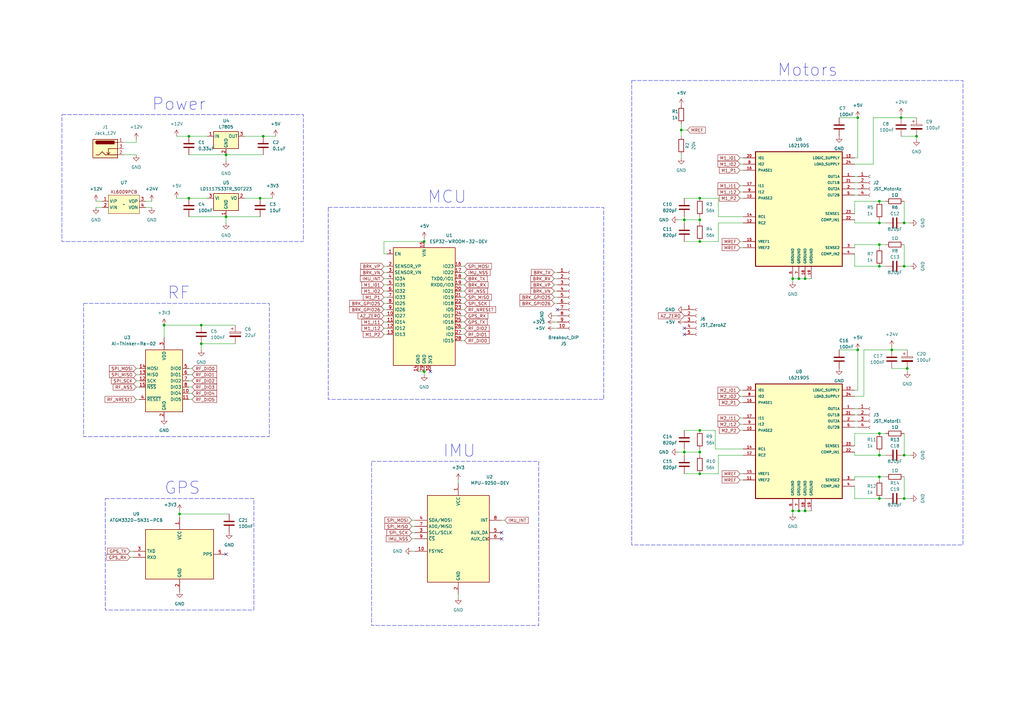
<source format=kicad_sch>
(kicad_sch (version 20230121) (generator eeschema)
  (paper "A3")
  (lib_symbols
    (symbol "ATGM332D-5N31:ATGM332D-5N31"
      (property "Reference" "U" (at 33.02 10.16 0))
      (property "Value" "ATGM332D-5N31-PCB" (at 33.02 7.62 0))
      (symbol "ATGM332D-5N31_1_1"
        (pin passive line (at 19.05 7.62 270) (length 5.08) (name "VCC") (number "1"))
        (pin passive line (at 19.05 -22.86 90) (length 5.08) (name "GND") (number "2"))
        (pin passive line (at 0 -6.35 0) (length 5.08) (name "TXD") (number "3"))
        (pin passive line (at 0 -8.89 0) (length 5.08) (name "RXD") (number "4"))
        (pin passive line (at 38.1 -7.62 180) (length 5.08) (name "PPS") (number "5"))
      )
    )
    (symbol "Connector:Barrel_Jack_Switch" (pin_names hide)
      (property "Reference" "J" (at 0 5.334 0))
      (property "Value" "Barrel_Jack_Switch" (at 0 -5.08 0))
      (symbol "Barrel_Jack_Switch_1_1"
        (pin passive line (at 7.62 2.54 180) (length 2.54) (name "~") (number "1"))
        (pin passive line (at 7.62 -2.54 180) (length 2.54) (name "~") (number "2"))
        (pin passive line (at 7.62 0 180) (length 2.54) (name "~") (number "3"))
      )
    )
    (symbol "Connector:Conn_01x04_Socket" (pin_names (offset 1.016) hide)
      (property "Reference" "J" (at 0 5.08 0))
      (property "Value" "Conn_01x04_Socket" (at 0 -7.62 0))
      (symbol "Conn_01x04_Socket_1_1"
        (pin passive line (at -5.08 2.54 0) (length 3.81) (name "Pin_1") (number "1"))
        (pin passive line (at -5.08 0 0) (length 3.81) (name "Pin_2") (number "2"))
        (pin passive line (at -5.08 -2.54 0) (length 3.81) (name "Pin_3") (number "3"))
        (pin passive line (at -5.08 -5.08 0) (length 3.81) (name "Pin_4") (number "4"))
      )
    )
    (symbol "Connector:Conn_01x05_Socket" (pin_names (offset 1.016) hide)
      (property "Reference" "J" (at 0 7.62 0))
      (property "Value" "Conn_01x05_Socket" (at 0 -7.62 0))
      (symbol "Conn_01x05_Socket_1_1"
        (pin passive line (at -5.08 5.08 0) (length 3.81) (name "Pin_1") (number "1"))
        (pin passive line (at -5.08 2.54 0) (length 3.81) (name "Pin_2") (number "2"))
        (pin passive line (at -5.08 0 0) (length 3.81) (name "Pin_3") (number "3"))
        (pin passive line (at -5.08 -2.54 0) (length 3.81) (name "Pin_4") (number "4"))
        (pin passive line (at -5.08 -5.08 0) (length 3.81) (name "Pin_5") (number "5"))
      )
    )
    (symbol "Connector:Conn_01x10_Socket" (pin_names (offset 1.016) hide)
      (property "Reference" "J" (at 0 12.7 0))
      (property "Value" "Conn_01x10_Socket" (at 0 -15.24 0))
      (symbol "Conn_01x10_Socket_1_1"
        (pin passive line (at -5.08 10.16 0) (length 3.81) (name "Pin_1") (number "1"))
        (pin passive line (at -5.08 -12.7 0) (length 3.81) (name "Pin_10") (number "10"))
        (pin passive line (at -5.08 7.62 0) (length 3.81) (name "Pin_2") (number "2"))
        (pin passive line (at -5.08 5.08 0) (length 3.81) (name "Pin_3") (number "3"))
        (pin passive line (at -5.08 2.54 0) (length 3.81) (name "Pin_4") (number "4"))
        (pin passive line (at -5.08 0 0) (length 3.81) (name "Pin_5") (number "5"))
        (pin passive line (at -5.08 -2.54 0) (length 3.81) (name "Pin_6") (number "6"))
        (pin passive line (at -5.08 -5.08 0) (length 3.81) (name "Pin_7") (number "7"))
        (pin passive line (at -5.08 -7.62 0) (length 3.81) (name "Pin_8") (number "8"))
        (pin passive line (at -5.08 -10.16 0) (length 3.81) (name "Pin_9") (number "9"))
      )
    )
    (symbol "Device:C" (pin_numbers hide) (pin_names (offset 0.254))
      (property "Reference" "C" (at 0.635 2.54 0))
      (property "Value" "C" (at 0.635 -2.54 0))
      (symbol "C_1_1"
        (pin passive line (at 0 3.81 270) (length 2.794) (name "~") (number "1"))
        (pin passive line (at 0 -3.81 90) (length 2.794) (name "~") (number "2"))
      )
    )
    (symbol "Device:C_Polarized" (pin_numbers hide) (pin_names (offset 0.254))
      (property "Reference" "C" (at 0.635 2.54 0))
      (property "Value" "C_Polarized" (at 0.635 -2.54 0))
      (symbol "C_Polarized_1_1"
        (pin passive line (at 0 3.81 270) (length 2.794) (name "~") (number "1"))
        (pin passive line (at 0 -3.81 90) (length 2.794) (name "~") (number "2"))
      )
    )
    (symbol "Device:R" (pin_numbers hide) (pin_names (offset 0))
      (property "Reference" "R" (at 2.032 0 90))
      (property "Value" "R" (at 0 0 90))
      (symbol "R_1_1"
        (pin passive line (at 0 3.81 270) (length 1.27) (name "~") (number "1"))
        (pin passive line (at 0 -3.81 90) (length 1.27) (name "~") (number "2"))
      )
    )
    (symbol "L6219DS_1" (pin_names (offset 1.016))
      (property "Reference" "U6" (at 0 29.21 0))
      (property "Value" "L6219DS" (at 0 26.67 0))
      (symbol "L6219DS_1_0_0"
        (pin output line (at 22.86 13.97 180) (length 5.08) (name "OUT1A") (number "1"))
        (pin input line (at -22.86 5.08 0) (length 5.08) (name "PHASE2") (number "10"))
        (pin input line (at -22.86 -15.24 0) (length 5.08) (name "VREF2") (number "11"))
        (pin input line (at -22.86 -5.08 0) (length 5.08) (name "RC2") (number "12"))
        (pin power_in line (at 22.86 21.59 180) (length 5.08) (name "LOGIC_SUPPLY") (number "13"))
        (pin input line (at -22.86 -2.54 0) (length 5.08) (name "RC1") (number "14"))
        (pin input line (at -22.86 -12.7 0) (length 5.08) (name "VREF1") (number "15"))
        (pin input line (at -22.86 16.51 0) (length 5.08) (name "PHASE1") (number "16"))
        (pin input line (at -22.86 10.16 0) (length 5.08) (name "I11") (number "17"))
        (pin power_in line (at 2.54 -27.94 90) (length 5.08) (name "GROUND") (number "18"))
        (pin power_in line (at 5.08 -27.94 90) (length 5.08) (name "GROUND") (number "19"))
        (pin output line (at 22.86 8.89 180) (length 5.08) (name "OUT2A") (number "2"))
        (pin input line (at -22.86 21.59 0) (length 5.08) (name "I01") (number "20"))
        (pin output line (at 22.86 11.43 180) (length 5.08) (name "OUT1B") (number "21"))
        (pin input line (at 22.86 -3.81 180) (length 5.08) (name "COMP_IN1") (number "22"))
        (pin input line (at 22.86 -1.27 180) (length 5.08) (name "SENSE1") (number "23"))
        (pin power_in line (at 22.86 19.05 180) (length 5.08) (name "LOAD_SUPPLY") (number "24"))
        (pin input line (at 22.86 -15.24 180) (length 5.08) (name "SENSE2") (number "3"))
        (pin input line (at 22.86 -17.78 180) (length 5.08) (name "COMP_IN2") (number "4"))
        (pin output line (at 22.86 6.35 180) (length 5.08) (name "OUT2B") (number "5"))
        (pin power_in line (at -2.54 -27.94 90) (length 5.08) (name "GROUND") (number "6"))
        (pin power_in line (at 0 -27.94 90) (length 5.08) (name "GROUND") (number "7"))
        (pin input line (at -22.86 19.05 0) (length 5.08) (name "I02") (number "8"))
        (pin input line (at -22.86 7.62 0) (length 5.08) (name "I12") (number "9"))
      )
    )
    (symbol "RF_Module:Ai-Thinker-Ra-02"
      (property "Reference" "U" (at 2.54 19.05 0))
      (property "Value" "Ai-Thinker-Ra-02" (at 13.97 -15.24 0))
      (symbol "Ai-Thinker-Ra-02_1_1"
        (pin passive line (at 0 -15.24 90) (length 2.54) hide (name "GND") (number "1"))
        (pin bidirectional line (at 10.16 -5.08 180) (length 2.54) (name "DIO4") (number "10"))
        (pin bidirectional line (at 10.16 -7.62 180) (length 2.54) (name "DIO5") (number "11"))
        (pin input line (at -10.16 0 0) (length 2.54) (name "SCK") (number "12"))
        (pin output line (at -10.16 2.54 0) (length 2.54) (name "MISO") (number "13"))
        (pin input line (at -10.16 5.08 0) (length 2.54) (name "MOSI") (number "14"))
        (pin input line (at -10.16 -2.54 0) (length 2.54) (name "~{NSS}") (number "15"))
        (pin passive line (at 0 -15.24 90) (length 2.54) hide (name "GND") (number "16"))
        (pin power_in line (at 0 -15.24 90) (length 2.54) (name "GND") (number "2"))
        (pin power_in line (at 0 17.78 270) (length 5.08) (name "VDD") (number "3"))
        (pin input line (at -10.16 -7.62 0) (length 2.54) (name "~{RESET}") (number "4"))
        (pin bidirectional line (at 10.16 5.08 180) (length 2.54) (name "DIO0") (number "5"))
        (pin bidirectional line (at 10.16 2.54 180) (length 2.54) (name "DIO1") (number "6"))
        (pin bidirectional line (at 10.16 0 180) (length 2.54) (name "DIO2") (number "7"))
        (pin bidirectional line (at 10.16 -2.54 180) (length 2.54) (name "DIO3") (number "8"))
        (pin passive line (at 0 -15.24 90) (length 2.54) hide (name "GND") (number "9"))
      )
    )
    (symbol "RF_Module:ESP32-WROOM-32"
      (property "Reference" "U1" (at 8.89 38.1 0))
      (property "Value" "ESP32-WROOM-32-DEV" (at 2.1941 35.56 0))
      (symbol "ESP32-WROOM-32_1_1"
        (pin input line (at -15.24 30.48 0) (length 2.54) (name "EN") (number "1"))
        (pin bidirectional line (at -15.24 5.08 0) (length 2.54) (name "IO27") (number "10"))
        (pin bidirectional line (at -15.24 2.54 0) (length 2.54) (name "IO14") (number "11"))
        (pin bidirectional line (at -15.24 0 0) (length 2.54) (name "IO12") (number "12"))
        (pin bidirectional line (at -15.24 -2.54 0) (length 2.54) (name "IO13") (number "13"))
        (pin power_in line (at -2.54 -17.78 90) (length 2.54) (name "GND") (number "14"))
        (pin power_in line (at 0 35.56 270) (length 2.54) (name "VIN") (number "15"))
        (pin bidirectional line (at 15.24 25.4 180) (length 2.54) (name "IO23") (number "16"))
        (pin bidirectional line (at 15.24 22.86 180) (length 2.54) (name "IO22") (number "17"))
        (pin bidirectional line (at 15.24 20.32 180) (length 2.54) (name "TXD0/IO1") (number "18"))
        (pin bidirectional line (at 15.24 17.78 180) (length 2.54) (name "RXD0/IO3") (number "19"))
        (pin input line (at -15.24 25.4 0) (length 2.54) (name "SENSOR_VP") (number "2"))
        (pin bidirectional line (at 15.24 15.24 180) (length 2.54) (name "IO21") (number "20"))
        (pin bidirectional line (at 15.24 12.7 180) (length 2.54) (name "IO19") (number "21"))
        (pin bidirectional line (at 15.24 10.16 180) (length 2.54) (name "IO18") (number "22"))
        (pin bidirectional line (at 15.24 7.62 180) (length 2.54) (name "IO5") (number "23"))
        (pin bidirectional line (at 15.24 5.08 180) (length 2.54) (name "IO17") (number "24"))
        (pin bidirectional line (at 15.24 2.54 180) (length 2.54) (name "IO16") (number "25"))
        (pin bidirectional line (at 15.24 0 180) (length 2.54) (name "IO4") (number "26"))
        (pin bidirectional line (at 15.24 -2.54 180) (length 2.54) (name "IO2") (number "27"))
        (pin bidirectional line (at 15.24 -5.08 180) (length 2.54) (name "IO15") (number "28"))
        (pin power_in line (at 0 -17.78 90) (length 2.54) (name "GND") (number "29"))
        (pin input line (at -15.24 22.86 0) (length 2.54) (name "SENSOR_VN") (number "3"))
        (pin power_in line (at 2.54 -17.78 90) (length 2.54) (name "3V3") (number "30"))
        (pin input line (at -15.24 20.32 0) (length 2.54) (name "IO34") (number "4"))
        (pin input line (at -15.24 17.78 0) (length 2.54) (name "IO35") (number "5"))
        (pin bidirectional line (at -15.24 15.24 0) (length 2.54) (name "IO32") (number "6"))
        (pin bidirectional line (at -15.24 12.7 0) (length 2.54) (name "IO33") (number "7"))
        (pin bidirectional line (at -15.24 10.16 0) (length 2.54) (name "IO25") (number "8"))
        (pin bidirectional line (at -15.24 7.62 0) (length 2.54) (name "IO26") (number "9"))
      )
    )
    (symbol "Regulator_Linear:L7805" (pin_names (offset 0.254))
      (property "Reference" "U" (at -3.81 3.175 0))
      (property "Value" "L7805" (at 0 3.175 0))
      (symbol "L7805_1_1"
        (pin power_in line (at -7.62 0 0) (length 2.54) (name "IN") (number "1"))
        (pin power_in line (at 0 -7.62 90) (length 2.54) (name "GND") (number "2"))
        (pin power_out line (at 7.62 0 180) (length 2.54) (name "OUT") (number "3"))
      )
    )
    (symbol "Regulator_Linear:LD1117S33TR_SOT223"
      (property "Reference" "U" (at -3.81 3.175 0))
      (property "Value" "LD1117S33TR_SOT223" (at 0 3.175 0))
      (symbol "LD1117S33TR_SOT223_1_1"
        (pin power_in line (at 0 -7.62 90) (length 2.54) (name "GND") (number "1"))
        (pin power_out line (at 7.62 0 180) (length 2.54) (name "VO") (number "2"))
        (pin power_in line (at -7.62 0 0) (length 2.54) (name "VI") (number "3"))
      )
    )
    (symbol "Sensor_Motion:MPU-9250"
      (property "Reference" "U2" (at 11.43 25.4 0))
      (property "Value" "MPU-9250-DEV" (at 5.08 22.86 0))
      (symbol "MPU-9250_1_1"
        (pin power_in line (at 0 22.86 270) (length 5.08) (name "VCC") (number "1"))
        (pin input line (at -17.78 -5.08 0) (length 5.08) (name "FSYNC") (number "10"))
        (pin power_in line (at 0 -22.86 90) (length 5.08) (name "GND") (number "2"))
        (pin input line (at -17.78 2.54 0) (length 5.08) (name "SCL/SCLK") (number "3"))
        (pin bidirectional line (at -17.78 7.62 0) (length 5.08) (name "SDA/MOSI") (number "4"))
        (pin bidirectional line (at 17.78 2.54 180) (length 5.08) (name "AUX_DA") (number "5"))
        (pin output clock (at 17.78 0 180) (length 5.08) (name "AUX_CL") (number "6"))
        (pin bidirectional line (at -17.78 5.08 0) (length 5.08) (name "AD0/MISO") (number "7"))
        (pin output line (at 17.78 7.62 180) (length 5.08) (name "INT") (number "8"))
        (pin input line (at -17.78 0 0) (length 5.08) (name "~{CS}") (number "9"))
      )
    )
    (symbol "XL6009PCB:XL6009PCB"
      (property "Reference" "U" (at 0 -5.08 0))
      (symbol "XL6009PCB_1_1"
        (text "XL6009PCB" (at 0 5.08 0) (effects (font (size 1.27 1.27))))
        (pin input line (at -8.89 1.27 0) (length 2.54) (name "VIP") (number "1"))
        (pin input line (at -8.89 -1.27 0) (length 2.54) (name "VIN") (number "2"))
        (pin input line (at 8.89 1.27 180) (length 2.54) (name "VOP") (number "3"))
        (pin input line (at 8.89 -1.27 180) (length 2.54) (name "VON") (number "4"))
      )
    )
    (symbol "power:+12V" (power) (pin_names (offset 0))
      (property "Value" "+12V" (at 0 3.556 0))
      (symbol "+12V_1_1"
        (pin power_in line (at 0 0 90) (length 0) hide (name "+12V") (number "1"))
      )
    )
    (symbol "power:+24V" (power) (pin_names (offset 0))
      (property "Value" "+24V" (at 0 3.556 0))
      (symbol "+24V_1_1"
        (pin power_in line (at 0 0 90) (length 0) hide (name "+24V") (number "1"))
      )
    )
    (symbol "power:+3V3" (power) (pin_names (offset 0))
      (property "Value" "+3V3" (at 0 3.556 0))
      (symbol "+3V3_1_1"
        (pin power_in line (at 0 0 90) (length 0) hide (name "+3V3") (number "1"))
      )
    )
    (symbol "power:+5V" (power) (pin_names (offset 0))
      (property "Value" "+5V" (at 0 3.556 0))
      (symbol "+5V_1_1"
        (pin power_in line (at 0 0 90) (length 0) hide (name "+5V") (number "1"))
      )
    )
    (symbol "power:GND" (power) (pin_names (offset 0))
      (property "Value" "GND" (at 0 -3.81 0))
      (symbol "GND_1_1"
        (pin power_in line (at 0 0 270) (length 0) hide (name "GND") (number "1"))
      )
    )
  )
  (junction (at 327.66 114.3))
  (junction (at 287.02 90.17))
  (junction (at 365.76 143.51))
  (junction (at 375.92 55.88))
  (junction (at 287.02 99.06))
  (junction (at 360.68 177.8))
  (junction (at 330.2 209.55))
  (junction (at 360.68 82.55))
  (junction (at 73.66 210.82))
  (junction (at 287.02 81.28))
  (junction (at 360.68 100.33))
  (junction (at 106.68 81.28))
  (junction (at 351.79 143.51))
  (junction (at 287.02 176.53))
  (junction (at 82.55 140.97))
  (junction (at 351.79 48.26))
  (junction (at 107.95 55.88))
  (junction (at 370.84 204.47))
  (junction (at 280.67 90.17))
  (junction (at 372.11 151.13))
  (junction (at 67.31 133.35))
  (junction (at 360.68 204.47))
  (junction (at 77.47 55.88))
  (junction (at 92.71 88.9))
  (junction (at 325.12 114.3))
  (junction (at 330.2 114.3))
  (junction (at 280.67 185.42))
  (junction (at 370.84 186.69))
  (junction (at 82.55 133.35))
  (junction (at 325.12 209.55))
  (junction (at 369.57 48.26))
  (junction (at 370.84 109.22))
  (junction (at 287.02 185.42))
  (junction (at 77.47 81.28))
  (junction (at 360.68 91.44))
  (junction (at 360.68 195.58))
  (junction (at 92.71 63.5))
  (junction (at 287.02 194.31))
  (junction (at 173.99 99.06))
  (junction (at 173.99 152.4))
  (junction (at 370.84 91.44))
  (junction (at 360.68 186.69))
  (junction (at 360.68 109.22))
  (junction (at 327.66 209.55))
  (junction (at 279.4 53.34))
  (no_connect (at 205.74 218.44))
  (no_connect (at 228.6 127))
  (no_connect (at 280.67 137.16))
  (no_connect (at 176.53 152.4))
  (no_connect (at 280.67 134.62))
  (no_connect (at 92.71 227.33))
  (no_connect (at 205.74 220.98))
  (wire (pts (xy 189.23 132.08) (xy 190.5 132.08)))
  (wire (pts (xy 227.33 132.08) (xy 228.6 132.08)))
  (wire (pts (xy 287.02 88.9) (xy 287.02 90.17)))
  (wire (pts (xy 350.52 186.69) (xy 360.68 186.69)))
  (wire (pts (xy 293.37 184.15) (xy 304.8 184.15)))
  (wire (pts (xy 303.53 101.6) (xy 304.8 101.6)))
  (wire (pts (xy 92.71 88.9) (xy 92.71 91.44)))
  (wire (pts (xy 77.47 81.28) (xy 85.09 81.28)))
  (wire (pts (xy 350.52 104.14) (xy 350.52 109.22)))
  (wire (pts (xy 372.11 151.13) (xy 372.11 152.4)))
  (wire (pts (xy 303.53 64.77) (xy 304.8 64.77)))
  (wire (pts (xy 168.91 220.98) (xy 170.18 220.98)))
  (wire (pts (xy 92.71 88.9) (xy 106.68 88.9)))
  (wire (pts (xy 189.23 114.3) (xy 190.5 114.3)))
  (wire (pts (xy 168.91 215.9) (xy 170.18 215.9)))
  (wire (pts (xy 55.88 158.75) (xy 57.15 158.75)))
  (wire (pts (xy 325.12 114.3) (xy 325.12 115.57)))
  (wire (pts (xy 294.64 88.9) (xy 304.8 88.9)))
  (wire (pts (xy 294.64 194.31) (xy 287.02 194.31)))
  (wire (pts (xy 350.52 109.22) (xy 360.68 109.22)))
  (wire (pts (xy 157.48 116.84) (xy 158.75 116.84)))
  (wire (pts (xy 303.53 171.45) (xy 304.8 171.45)))
  (wire (pts (xy 351.79 48.26) (xy 351.79 64.77)))
  (wire (pts (xy 369.57 46.99) (xy 369.57 48.26)))
  (wire (pts (xy 351.79 143.51) (xy 351.79 160.02)))
  (wire (pts (xy 360.68 100.33) (xy 363.22 100.33)))
  (wire (pts (xy 157.48 124.46) (xy 158.75 124.46)))
  (wire (pts (xy 280.67 81.28) (xy 287.02 81.28)))
  (wire (pts (xy 189.23 127) (xy 190.5 127)))
  (wire (pts (xy 55.88 153.67) (xy 57.15 153.67)))
  (wire (pts (xy 330.2 114.3) (xy 332.74 114.3)))
  (wire (pts (xy 360.68 186.69) (xy 363.22 186.69)))
  (wire (pts (xy 100.33 55.88) (xy 107.95 55.88)))
  (wire (pts (xy 365.76 143.51) (xy 372.11 143.51)))
  (wire (pts (xy 157.48 132.08) (xy 158.75 132.08)))
  (wire (pts (xy 55.88 151.13) (xy 57.15 151.13)))
  (wire (pts (xy 73.66 209.55) (xy 73.66 210.82)))
  (wire (pts (xy 189.23 109.22) (xy 190.5 109.22)))
  (wire (pts (xy 53.34 226.06) (xy 54.61 226.06)))
  (wire (pts (xy 369.57 48.26) (xy 375.92 48.26)))
  (wire (pts (xy 303.53 176.53) (xy 304.8 176.53)))
  (wire (pts (xy 354.33 143.51) (xy 365.76 143.51)))
  (wire (pts (xy 157.48 111.76) (xy 158.75 111.76)))
  (wire (pts (xy 157.48 137.16) (xy 158.75 137.16)))
  (wire (pts (xy 157.48 99.06) (xy 173.99 99.06)))
  (wire (pts (xy 350.52 74.93) (xy 351.79 74.93)))
  (wire (pts (xy 77.47 63.5) (xy 92.71 63.5)))
  (wire (pts (xy 350.52 177.8) (xy 360.68 177.8)))
  (wire (pts (xy 157.48 121.92) (xy 158.75 121.92)))
  (wire (pts (xy 280.67 99.06) (xy 287.02 99.06)))
  (wire (pts (xy 293.37 176.53) (xy 287.02 176.53)))
  (wire (pts (xy 303.53 67.31) (xy 304.8 67.31)))
  (wire (pts (xy 350.52 177.8) (xy 350.52 182.88)))
  (wire (pts (xy 350.52 162.56) (xy 354.33 162.56)))
  (wire (pts (xy 67.31 138.43) (xy 67.31 133.35)))
  (wire (pts (xy 350.52 72.39) (xy 351.79 72.39)))
  (wire (pts (xy 279.4 53.34) (xy 279.4 55.88)))
  (wire (pts (xy 303.53 78.74) (xy 304.8 78.74)))
  (wire (pts (xy 350.52 172.72) (xy 351.79 172.72)))
  (wire (pts (xy 50.8 58.42) (xy 55.88 58.42)))
  (wire (pts (xy 350.52 77.47) (xy 351.79 77.47)))
  (wire (pts (xy 280.67 176.53) (xy 287.02 176.53)))
  (wire (pts (xy 350.52 100.33) (xy 350.52 101.6)))
  (wire (pts (xy 327.66 114.3) (xy 330.2 114.3)))
  (wire (pts (xy 55.88 58.42) (xy 55.88 57.15)))
  (wire (pts (xy 360.68 109.22) (xy 363.22 109.22)))
  (wire (pts (xy 39.37 85.09) (xy 41.91 85.09)))
  (wire (pts (xy 325.12 209.55) (xy 325.12 210.82)))
  (wire (pts (xy 173.99 152.4) (xy 173.99 153.67)))
  (wire (pts (xy 77.47 151.13) (xy 78.74 151.13)))
  (wire (pts (xy 294.64 99.06) (xy 287.02 99.06)))
  (wire (pts (xy 350.52 64.77) (xy 351.79 64.77)))
  (wire (pts (xy 287.02 185.42) (xy 287.02 186.69)))
  (wire (pts (xy 279.4 50.8) (xy 279.4 53.34)))
  (wire (pts (xy 227.33 129.54) (xy 228.6 129.54)))
  (wire (pts (xy 157.48 119.38) (xy 158.75 119.38)))
  (wire (pts (xy 227.33 124.46) (xy 228.6 124.46)))
  (wire (pts (xy 82.55 140.97) (xy 82.55 143.51)))
  (wire (pts (xy 294.64 91.44) (xy 294.64 99.06)))
  (wire (pts (xy 72.39 81.28) (xy 77.47 81.28)))
  (wire (pts (xy 187.96 243.84) (xy 187.96 245.11)))
  (wire (pts (xy 227.33 119.38) (xy 228.6 119.38)))
  (wire (pts (xy 350.52 204.47) (xy 360.68 204.47)))
  (wire (pts (xy 370.84 204.47) (xy 373.38 204.47)))
  (wire (pts (xy 325.12 114.3) (xy 327.66 114.3)))
  (wire (pts (xy 190.5 139.7) (xy 189.23 139.7)))
  (wire (pts (xy 189.23 119.38) (xy 190.5 119.38)))
  (wire (pts (xy 351.79 48.26) (xy 344.17 48.26)))
  (wire (pts (xy 189.23 111.76) (xy 190.5 111.76)))
  (wire (pts (xy 354.33 143.51) (xy 354.33 162.56)))
  (wire (pts (xy 370.84 186.69) (xy 373.38 186.69)))
  (wire (pts (xy 360.68 204.47) (xy 363.22 204.47)))
  (wire (pts (xy 205.74 213.36) (xy 207.01 213.36)))
  (wire (pts (xy 157.48 127) (xy 158.75 127)))
  (wire (pts (xy 168.91 213.36) (xy 170.18 213.36)))
  (wire (pts (xy 280.67 194.31) (xy 287.02 194.31)))
  (wire (pts (xy 168.91 218.44) (xy 170.18 218.44)))
  (wire (pts (xy 171.45 152.4) (xy 173.99 152.4)))
  (wire (pts (xy 350.52 199.39) (xy 350.52 204.47)))
  (wire (pts (xy 293.37 184.15) (xy 293.37 176.53)))
  (wire (pts (xy 350.52 195.58) (xy 360.68 195.58)))
  (wire (pts (xy 280.67 184.15) (xy 280.67 185.42)))
  (wire (pts (xy 278.13 90.17) (xy 280.67 90.17)))
  (wire (pts (xy 303.53 162.56) (xy 304.8 162.56)))
  (wire (pts (xy 350.52 167.64) (xy 351.79 167.64)))
  (wire (pts (xy 39.37 82.55) (xy 41.91 82.55)))
  (wire (pts (xy 189.23 134.62) (xy 190.5 134.62)))
  (wire (pts (xy 350.52 91.44) (xy 360.68 91.44)))
  (wire (pts (xy 350.52 100.33) (xy 360.68 100.33)))
  (wire (pts (xy 304.8 91.44) (xy 294.64 91.44)))
  (wire (pts (xy 360.68 101.6) (xy 360.68 100.33)))
  (wire (pts (xy 303.53 76.2) (xy 304.8 76.2)))
  (wire (pts (xy 325.12 209.55) (xy 327.66 209.55)))
  (wire (pts (xy 370.84 195.58) (xy 370.84 204.47)))
  (wire (pts (xy 157.48 109.22) (xy 158.75 109.22)))
  (wire (pts (xy 303.53 165.1) (xy 304.8 165.1)))
  (wire (pts (xy 187.96 196.85) (xy 187.96 198.12)))
  (wire (pts (xy 360.68 177.8) (xy 363.22 177.8)))
  (wire (pts (xy 303.53 160.02) (xy 304.8 160.02)))
  (wire (pts (xy 350.52 186.69) (xy 350.52 185.42)))
  (wire (pts (xy 350.52 80.01) (xy 351.79 80.01)))
  (wire (pts (xy 55.88 156.21) (xy 57.15 156.21)))
  (wire (pts (xy 72.39 55.88) (xy 77.47 55.88)))
  (wire (pts (xy 327.66 209.55) (xy 330.2 209.55)))
  (wire (pts (xy 287.02 90.17) (xy 287.02 91.44)))
  (wire (pts (xy 106.68 81.28) (xy 111.76 81.28)))
  (wire (pts (xy 168.91 226.06) (xy 170.18 226.06)))
  (wire (pts (xy 304.8 186.69) (xy 294.64 186.69)))
  (wire (pts (xy 370.84 91.44) (xy 373.38 91.44)))
  (wire (pts (xy 77.47 55.88) (xy 85.09 55.88)))
  (wire (pts (xy 330.2 209.55) (xy 332.74 209.55)))
  (wire (pts (xy 360.68 91.44) (xy 360.68 90.17)))
  (wire (pts (xy 59.69 82.55) (xy 62.23 82.55)))
  (wire (pts (xy 173.99 97.79) (xy 173.99 99.06)))
  (wire (pts (xy 278.13 185.42) (xy 280.67 185.42)))
  (wire (pts (xy 189.23 121.92) (xy 190.5 121.92)))
  (wire (pts (xy 280.67 88.9) (xy 280.67 90.17)))
  (wire (pts (xy 77.47 88.9) (xy 92.71 88.9)))
  (wire (pts (xy 303.53 173.99) (xy 304.8 173.99)))
  (wire (pts (xy 77.47 153.67) (xy 78.74 153.67)))
  (wire (pts (xy 358.14 48.26) (xy 358.14 67.31)))
  (wire (pts (xy 157.48 114.3) (xy 158.75 114.3)))
  (wire (pts (xy 280.67 90.17) (xy 287.02 90.17)))
  (wire (pts (xy 303.53 194.31) (xy 304.8 194.31)))
  (wire (pts (xy 157.48 129.54) (xy 158.75 129.54)))
  (wire (pts (xy 360.68 91.44) (xy 363.22 91.44)))
  (wire (pts (xy 375.92 55.88) (xy 375.92 57.15)))
  (wire (pts (xy 77.47 161.29) (xy 78.74 161.29)))
  (wire (pts (xy 350.52 91.44) (xy 350.52 90.17)))
  (wire (pts (xy 360.68 82.55) (xy 363.22 82.55)))
  (wire (pts (xy 370.84 177.8) (xy 370.84 186.69)))
  (wire (pts (xy 294.64 81.28) (xy 287.02 81.28)))
  (wire (pts (xy 350.52 195.58) (xy 350.52 196.85)))
  (wire (pts (xy 77.47 156.21) (xy 78.74 156.21)))
  (wire (pts (xy 280.67 90.17) (xy 280.67 91.44)))
  (wire (pts (xy 82.55 140.97) (xy 96.52 140.97)))
  (wire (pts (xy 157.48 104.14) (xy 158.75 104.14)))
  (wire (pts (xy 82.55 133.35) (xy 96.52 133.35)))
  (wire (pts (xy 360.68 196.85) (xy 360.68 195.58)))
  (wire (pts (xy 350.52 160.02) (xy 351.79 160.02)))
  (wire (pts (xy 360.68 195.58) (xy 363.22 195.58)))
  (wire (pts (xy 227.33 134.62) (xy 228.6 134.62)))
  (wire (pts (xy 92.71 63.5) (xy 107.95 63.5)))
  (wire (pts (xy 157.48 134.62) (xy 158.75 134.62)))
  (wire (pts (xy 280.67 185.42) (xy 287.02 185.42)))
  (wire (pts (xy 53.34 228.6) (xy 54.61 228.6)))
  (wire (pts (xy 77.47 163.83) (xy 78.74 163.83)))
  (wire (pts (xy 73.66 210.82) (xy 73.66 212.09)))
  (wire (pts (xy 303.53 196.85) (xy 304.8 196.85)))
  (wire (pts (xy 157.48 99.06) (xy 157.48 104.14)))
  (wire (pts (xy 350.52 170.18) (xy 351.79 170.18)))
  (wire (pts (xy 365.76 142.24) (xy 365.76 143.51)))
  (wire (pts (xy 227.33 116.84) (xy 228.6 116.84)))
  (wire (pts (xy 303.53 81.28) (xy 304.8 81.28)))
  (wire (pts (xy 279.4 53.34) (xy 281.94 53.34)))
  (wire (pts (xy 360.68 186.69) (xy 360.68 185.42)))
  (wire (pts (xy 113.03 55.88) (xy 107.95 55.88)))
  (wire (pts (xy 55.88 163.83) (xy 57.15 163.83)))
  (wire (pts (xy 279.4 63.5) (xy 279.4 64.77)))
  (wire (pts (xy 350.52 82.55) (xy 350.52 87.63)))
  (wire (pts (xy 189.23 116.84) (xy 190.5 116.84)))
  (wire (pts (xy 369.57 55.88) (xy 375.92 55.88)))
  (wire (pts (xy 358.14 48.26) (xy 369.57 48.26)))
  (wire (pts (xy 227.33 121.92) (xy 228.6 121.92)))
  (wire (pts (xy 294.64 186.69) (xy 294.64 194.31)))
  (wire (pts (xy 350.52 67.31) (xy 358.14 67.31)))
  (wire (pts (xy 77.47 158.75) (xy 78.74 158.75)))
  (wire (pts (xy 189.23 129.54) (xy 190.5 129.54)))
  (wire (pts (xy 370.84 82.55) (xy 370.84 91.44)))
  (wire (pts (xy 189.23 124.46) (xy 190.5 124.46)))
  (wire (pts (xy 303.53 69.85) (xy 304.8 69.85)))
  (wire (pts (xy 100.33 81.28) (xy 106.68 81.28)))
  (wire (pts (xy 294.64 88.9) (xy 294.64 81.28)))
  (wire (pts (xy 365.76 151.13) (xy 372.11 151.13)))
  (wire (pts (xy 370.84 100.33) (xy 370.84 109.22)))
  (wire (pts (xy 280.67 185.42) (xy 280.67 186.69)))
  (wire (pts (xy 227.33 111.76) (xy 228.6 111.76)))
  (wire (pts (xy 67.31 133.35) (xy 82.55 133.35)))
  (wire (pts (xy 190.5 137.16) (xy 189.23 137.16)))
  (wire (pts (xy 73.66 210.82) (xy 93.98 210.82)))
  (wire (pts (xy 92.71 63.5) (xy 92.71 66.04)))
  (wire (pts (xy 227.33 114.3) (xy 228.6 114.3)))
  (wire (pts (xy 351.79 143.51) (xy 344.17 143.51)))
  (wire (pts (xy 350.52 82.55) (xy 360.68 82.55)))
  (wire (pts (xy 350.52 175.26) (xy 351.79 175.26)))
  (wire (pts (xy 50.8 63.5) (xy 55.88 63.5)))
  (wire (pts (xy 303.53 99.06) (xy 304.8 99.06)))
  (wire (pts (xy 287.02 184.15) (xy 287.02 185.42)))
  (wire (pts (xy 59.69 85.09) (xy 62.23 85.09)))
  (wire (pts (xy 370.84 109.22) (xy 373.38 109.22)))
  (rectangle (start 25.4 46.99) (end 124.46 99.06) (stroke (width 0) (type dash)))
  (rectangle (start 152.4 189.23) (end 220.98 256.54) (stroke (width 0) (type dash)))
  (rectangle (start 259.08 33.02) (end 394.97 223.52) (stroke (width 0) (type dash)))
  (rectangle (start 34.29 124.46) (end 110.49 179.07) (stroke (width 0) (type dash)))
  (rectangle (start 43.18 204.47) (end 104.14 250.19) (stroke (width 0) (type dash)))
  (rectangle (start 134.62 85.09) (end 247.65 163.83) (stroke (width 0) (type dash)))
  (text "Power" (at 62.23 45.72 0) (effects (font (size 5 5)) (justify left bottom)))
  (text "RF" (at 68.58 123.19 0) (effects (font (size 5 5)) (justify left bottom)))
  (text "MCU" (at 175.26 83.82 0) (effects (font (size 5 5)) (justify left bottom)))
  (text "Motors" (at 318.77 31.75 0) (effects (font (size 5 5)) (justify left bottom)))
  (text "IMU" (at 181.61 187.96 0) (effects (font (size 5 5)) (justify left bottom)))
  (text "GPS" (at 67.31 203.2 0) (effects (font (size 5 5)) (justify left bottom)))
  (global_label "M2_I12" (shape input) (at 303.53 173.99 180) (property "Intersheetrefs" "${INTERSHEET_REFS}" (effects hide)))
  (global_label "M1_I11" (shape input) (at 303.53 76.2 180) (property "Intersheetrefs" "${INTERSHEET_REFS}" (effects hide)))
  (global_label "BRK_TX" (shape input) (at 190.5 114.3 0) (property "Intersheetrefs" "${INTERSHEET_REFS}" (effects hide)))
  (global_label "SPI_SCK" (shape input) (at 190.5 124.46 0) (property "Intersheetrefs" "${INTERSHEET_REFS}" (effects hide)))
  (global_label "GPS_RX" (shape input) (at 53.34 228.6 180) (property "Intersheetrefs" "${INTERSHEET_REFS}" (effects hide)))
  (global_label "RF_NRESET" (shape input) (at 55.88 163.83 180) (property "Intersheetrefs" "${INTERSHEET_REFS}" (effects hide)))
  (global_label "SPI_SCK" (shape input) (at 168.91 218.44 180) (property "Intersheetrefs" "${INTERSHEET_REFS}" (effects hide)))
  (global_label "MREF" (shape input) (at 303.53 99.06 180) (property "Intersheetrefs" "${INTERSHEET_REFS}" (effects hide)))
  (global_label "BRK_RX" (shape input) (at 190.5 116.84 0) (property "Intersheetrefs" "${INTERSHEET_REFS}" (effects hide)))
  (global_label "RF_DIO0" (shape input) (at 190.5 139.7 0) (property "Intersheetrefs" "${INTERSHEET_REFS}" (effects hide)))
  (global_label "M2_P1" (shape input) (at 303.53 165.1 180) (property "Intersheetrefs" "${INTERSHEET_REFS}" (effects hide)))
  (global_label "M2_P2" (shape input) (at 303.53 176.53 180) (property "Intersheetrefs" "${INTERSHEET_REFS}" (effects hide)))
  (global_label "RF_DIO1" (shape input) (at 78.74 153.67 0) (property "Intersheetrefs" "${INTERSHEET_REFS}" (effects hide)))
  (global_label "M1_I02" (shape input) (at 157.48 119.38 180) (property "Intersheetrefs" "${INTERSHEET_REFS}" (effects hide)))
  (global_label "SPI_MISO" (shape input) (at 55.88 153.67 180) (property "Intersheetrefs" "${INTERSHEET_REFS}" (effects hide)))
  (global_label "RF_NSS" (shape input) (at 55.88 158.75 180) (property "Intersheetrefs" "${INTERSHEET_REFS}" (effects hide)))
  (global_label "M1_I02" (shape input) (at 303.53 67.31 180) (property "Intersheetrefs" "${INTERSHEET_REFS}" (effects hide)))
  (global_label "M2_I01" (shape input) (at 303.53 160.02 180) (property "Intersheetrefs" "${INTERSHEET_REFS}" (effects hide)))
  (global_label "RF_NSS" (shape input) (at 190.5 119.38 0) (property "Intersheetrefs" "${INTERSHEET_REFS}" (effects hide)))
  (global_label "SPI_SCK" (shape input) (at 55.88 156.21 180) (property "Intersheetrefs" "${INTERSHEET_REFS}" (effects hide)))
  (global_label "RF_DIO5" (shape input) (at 78.74 163.83 0) (property "Intersheetrefs" "${INTERSHEET_REFS}" (effects hide)))
  (global_label "BRK_GPIO26" (shape input) (at 157.48 127 180) (property "Intersheetrefs" "${INTERSHEET_REFS}" (effects hide)))
  (global_label "GPS_TX" (shape input) (at 53.34 226.06 180) (property "Intersheetrefs" "${INTERSHEET_REFS}" (effects hide)))
  (global_label "BRK_VN" (shape input) (at 227.33 119.38 180) (property "Intersheetrefs" "${INTERSHEET_REFS}" (effects hide)))
  (global_label "SPI_MOSI" (shape input) (at 55.88 151.13 180) (property "Intersheetrefs" "${INTERSHEET_REFS}" (effects hide)))
  (global_label "M1_I12" (shape input) (at 157.48 134.62 180) (property "Intersheetrefs" "${INTERSHEET_REFS}" (effects hide)))
  (global_label "RF_DIO1" (shape input) (at 190.5 137.16 0) (property "Intersheetrefs" "${INTERSHEET_REFS}" (effects hide)))
  (global_label "M2_I02" (shape input) (at 303.53 162.56 180) (property "Intersheetrefs" "${INTERSHEET_REFS}" (effects hide)))
  (global_label "MREF" (shape input) (at 281.94 53.34 0) (property "Intersheetrefs" "${INTERSHEET_REFS}" (effects hide)))
  (global_label "IMU_INT" (shape input) (at 207.01 213.36 0) (property "Intersheetrefs" "${INTERSHEET_REFS}" (effects hide)))
  (global_label "SPI_MOSI" (shape input) (at 168.91 213.36 180) (property "Intersheetrefs" "${INTERSHEET_REFS}" (effects hide)))
  (global_label "BRK_GPIO26" (shape input) (at 227.33 124.46 180) (property "Intersheetrefs" "${INTERSHEET_REFS}" (effects hide)))
  (global_label "M1_I01" (shape input) (at 303.53 64.77 180) (property "Intersheetrefs" "${INTERSHEET_REFS}" (effects hide)))
  (global_label "M1_P1" (shape input) (at 157.48 121.92 180) (property "Intersheetrefs" "${INTERSHEET_REFS}" (effects hide)))
  (global_label "M1_P1" (shape input) (at 303.53 69.85 180) (property "Intersheetrefs" "${INTERSHEET_REFS}" (effects hide)))
  (global_label "RF_DIO4" (shape input) (at 78.74 161.29 0) (property "Intersheetrefs" "${INTERSHEET_REFS}" (effects hide)))
  (global_label "AZ_ZERO" (shape input) (at 280.67 129.54 180) (property "Intersheetrefs" "${INTERSHEET_REFS}" (effects hide)))
  (global_label "BRK_VP" (shape input) (at 157.48 109.22 180) (property "Intersheetrefs" "${INTERSHEET_REFS}" (effects hide)))
  (global_label "BRK_VP" (shape input) (at 227.33 116.84 180) (property "Intersheetrefs" "${INTERSHEET_REFS}" (effects hide)))
  (global_label "M2_I11" (shape input) (at 303.53 171.45 180) (property "Intersheetrefs" "${INTERSHEET_REFS}" (effects hide)))
  (global_label "RF_DIO0" (shape input) (at 78.74 151.13 0) (property "Intersheetrefs" "${INTERSHEET_REFS}" (effects hide)))
  (global_label "BRK_VN" (shape input) (at 157.48 111.76 180) (property "Intersheetrefs" "${INTERSHEET_REFS}" (effects hide)))
  (global_label "BRK_GPIO25" (shape input) (at 157.48 124.46 180) (property "Intersheetrefs" "${INTERSHEET_REFS}" (effects hide)))
  (global_label "RF_DIO2" (shape input) (at 190.5 134.62 0) (property "Intersheetrefs" "${INTERSHEET_REFS}" (effects hide)))
  (global_label "MREF" (shape input) (at 303.53 196.85 180) (property "Intersheetrefs" "${INTERSHEET_REFS}" (effects hide)))
  (global_label "BRK_RX" (shape input) (at 227.33 114.3 180) (property "Intersheetrefs" "${INTERSHEET_REFS}" (effects hide)))
  (global_label "SPI_MISO" (shape input) (at 168.91 215.9 180) (property "Intersheetrefs" "${INTERSHEET_REFS}" (effects hide)))
  (global_label "IMU_NSS" (shape input) (at 190.5 111.76 0) (property "Intersheetrefs" "${INTERSHEET_REFS}" (effects hide)))
  (global_label "IMU_NSS" (shape input) (at 168.91 220.98 180) (property "Intersheetrefs" "${INTERSHEET_REFS}" (effects hide)))
  (global_label "BRK_TX" (shape input) (at 227.33 111.76 180) (property "Intersheetrefs" "${INTERSHEET_REFS}" (effects hide)))
  (global_label "GPS_RX" (shape input) (at 190.5 129.54 0) (property "Intersheetrefs" "${INTERSHEET_REFS}" (effects hide)))
  (global_label "AZ_ZERO" (shape input) (at 157.48 129.54 180) (property "Intersheetrefs" "${INTERSHEET_REFS}" (effects hide)))
  (global_label "MREF" (shape input) (at 303.53 194.31 180) (property "Intersheetrefs" "${INTERSHEET_REFS}" (effects hide)))
  (global_label "M1_P2" (shape input) (at 157.48 137.16 180) (property "Intersheetrefs" "${INTERSHEET_REFS}" (effects hide)))
  (global_label "M1_I11" (shape input) (at 157.48 132.08 180) (property "Intersheetrefs" "${INTERSHEET_REFS}" (effects hide)))
  (global_label "RF_DIO3" (shape input) (at 78.74 158.75 0) (property "Intersheetrefs" "${INTERSHEET_REFS}" (effects hide)))
  (global_label "IMU_INT" (shape input) (at 157.48 114.3 180) (property "Intersheetrefs" "${INTERSHEET_REFS}" (effects hide)))
  (global_label "M1_I12" (shape input) (at 303.53 78.74 180) (property "Intersheetrefs" "${INTERSHEET_REFS}" (effects hide)))
  (global_label "GPS_TX" (shape input) (at 190.5 132.08 0) (property "Intersheetrefs" "${INTERSHEET_REFS}" (effects hide)))
  (global_label "SPI_MOSI" (shape input) (at 190.5 109.22 0) (property "Intersheetrefs" "${INTERSHEET_REFS}" (effects hide)))
  (global_label "RF_NRESET" (shape input) (at 190.5 127 0) (property "Intersheetrefs" "${INTERSHEET_REFS}" (effects hide)))
  (global_label "SPI_MISO" (shape input) (at 190.5 121.92 0) (property "Intersheetrefs" "${INTERSHEET_REFS}" (effects hide)))
  (global_label "MREF" (shape input) (at 303.53 101.6 180) (property "Intersheetrefs" "${INTERSHEET_REFS}" (effects hide)))
  (global_label "RF_DIO2" (shape input) (at 78.74 156.21 0) (property "Intersheetrefs" "${INTERSHEET_REFS}" (effects hide)))
  (global_label "M1_P2" (shape input) (at 303.53 81.28 180) (property "Intersheetrefs" "${INTERSHEET_REFS}" (effects hide)))
  (global_label "BRK_GPIO25" (shape input) (at 227.33 121.92 180) (property "Intersheetrefs" "${INTERSHEET_REFS}" (effects hide)))
  (global_label "M1_I01" (shape input) (at 157.48 116.84 180) (property "Intersheetrefs" "${INTERSHEET_REFS}" (effects hide)))
  (symbol (lib_id "Device:C") (at 106.68 85.09 0) (unit 1)
    (property "Reference" "C3" (at 110.49 83.82 0) (effects (justify left)))
    (property "Value" "10uF" (at 110.49 86.36 0) (effects (justify left)))
    (property "Footprint" "Capacitor_THT:C_Rect_L7.0mm_W4.5mm_P5.00mm" (effects hide))
  )
  (symbol (lib_id "Device:R") (at 360.68 200.66 0) (unit 1)
    (property "Reference" "R12" (at 355.6 199.39 0) (effects (justify left)))
    (property "Value" "1k" (at 355.6 201.93 0) (effects (justify left)))
    (property "Footprint" "Resistor_THT:R_Axial_DIN0207_L6.3mm_D2.5mm_P10.16mm_Horizontal" (effects hide))
  )
  (symbol (lib_id "Connector:Conn_01x04_Socket") (at 356.87 170.18 0) (unit 1)
    (property "Reference" "J3" (at 358.14 170.18 0) (effects (justify left)))
    (property "Value" "JST_MotorEl" (at 358.14 172.72 0) (effects (justify left)))
    (property "Footprint" "Connector_JST:JST_PH_B4B-PH-K_1x04_P2.00mm_Vertical" (effects hide))
  )
  (symbol (lib_id "power:+3V3") (at 227.33 132.08 90) (unit 1)
    (property "Reference" "#PWR045" (effects hide))
    (property "Value" "+3V3" (at 223.52 132.08 90) (effects (justify left)))
  )
  (symbol (lib_id "power:GND") (at 39.37 85.09 0) (unit 1)
    (property "Reference" "#PWR010" (effects hide))
    (property "Value" "GND" (at 39.37 90.17 0))
  )
  (symbol (lib_id "power:+3V3") (at 187.96 196.85 0) (unit 1)
    (property "Reference" "#PWR024" (effects hide))
    (property "Value" "+3V3" (at 187.96 191.77 0))
  )
  (symbol (lib_id "power:GND") (at 73.66 242.57 0) (unit 1)
    (property "Reference" "#PWR018" (effects hide))
    (property "Value" "GND" (at 73.66 247.65 0))
  )
  (symbol (lib_id "Device:C") (at 280.67 180.34 0) (unit 1)
    (property "Reference" "C14" (at 271.78 179.07 0) (effects (justify left)))
    (property "Value" "820pF" (at 271.78 181.61 0) (effects (justify left)))
    (property "Footprint" "Capacitor_THT:C_Rect_L4.6mm_W2.0mm_P2.50mm_MKS02_FKP02" (effects hide))
  )
  (symbol (lib_id "Device:C") (at 280.67 85.09 0) (unit 1)
    (property "Reference" "C10" (at 271.78 83.82 0) (effects (justify left)))
    (property "Value" "820pF" (at 271.78 86.36 0) (effects (justify left)))
    (property "Footprint" "Capacitor_THT:C_Rect_L4.6mm_W2.0mm_P2.50mm_MKS02_FKP02" (effects hide))
  )
  (symbol (lib_id "Device:C") (at 82.55 137.16 0) (unit 1)
    (property "Reference" "C5" (at 86.36 135.89 0) (effects (justify left)))
    (property "Value" "100nF" (at 86.36 138.43 0) (effects (justify left)))
    (property "Footprint" "Capacitor_THT:C_Rect_L7.0mm_W4.5mm_P5.00mm" (effects hide))
  )
  (symbol (lib_id "Connector:Conn_01x10_Socket") (at 233.68 121.92 0) (unit 1)
    (property "Reference" "J5" (at 231.14 140.97 0))
    (property "Value" "Breakout_DIP" (at 231.14 138.43 0))
    (property "Footprint" "Connector_PinSocket_2.54mm:PinSocket_1x10_P2.54mm_Vertical" (effects hide))
  )
  (symbol (lib_id "Device:C") (at 367.03 204.47 270) (unit 1)
    (property "Reference" "C19" (at 367.03 200.66 90))
    (property "Value" "820pF" (at 367.03 207.01 90))
    (property "Footprint" "Capacitor_THT:C_Rect_L4.6mm_W2.0mm_P2.50mm_MKS02_FKP02" (effects hide))
  )
  (symbol (lib_id "power:+12V") (at 72.39 55.88 0) (unit 1)
    (property "Reference" "#PWR05" (effects hide))
    (property "Value" "+12V" (at 72.39 50.8 0))
  )
  (symbol (lib_id "power:+5V") (at 351.79 48.26 0) (unit 1)
    (property "Reference" "#PWR025" (effects hide))
    (property "Value" "+5V" (at 351.79 43.18 0))
  )
  (symbol (lib_id "Sensor_Motion:MPU-9250") (at 187.96 220.98 0) (unit 1)
    (property "Reference" "U2" (at 199.39 195.58 0) (effects (justify left)))
    (property "Value" "MPU-9250-DEV" (at 193.04 198.12 0) (effects (justify left)))
    (property "Footprint" "MPU-9250-PCB:MPU-9250-PCB" (effects hide))
    (property "Datasheet" "https://invensense.tdk.com/wp-content/uploads/2015/02/PS-MPU-9250A-01-v1.1.pdf" (effects hide))
  )
  (symbol (lib_id "power:+5V") (at 351.79 143.51 0) (unit 1)
    (property "Reference" "#PWR038" (effects hide))
    (property "Value" "+5V" (at 351.79 138.43 0))
  )
  (symbol (lib_id "Device:C") (at 367.03 91.44 270) (unit 1)
    (property "Reference" "C12" (at 367.03 87.63 90))
    (property "Value" "820pF" (at 367.03 93.98 90))
    (property "Footprint" "Capacitor_THT:C_Rect_L4.6mm_W2.0mm_P2.50mm_MKS02_FKP02" (effects hide))
  )
  (symbol (lib_id "Device:C") (at 77.47 59.69 0) (unit 1)
    (property "Reference" "C1" (at 81.28 58.42 0) (effects (justify left)))
    (property "Value" "0.33uF" (at 81.28 60.96 0) (effects (justify left)))
    (property "Footprint" "Capacitor_THT:C_Rect_L7.0mm_W4.5mm_P5.00mm" (effects hide))
  )
  (symbol (lib_id "power:GND") (at 82.55 143.51 0) (unit 1)
    (property "Reference" "#PWR015" (effects hide))
    (property "Value" "GND" (at 82.55 148.59 0))
  )
  (symbol (lib_id "Device:R") (at 367.03 195.58 90) (unit 1)
    (property "Reference" "R14" (at 367.03 198.12 90))
    (property "Value" "1Ω" (at 367.03 193.04 90))
    (property "Footprint" "Resistor_THT:R_Axial_DIN0207_L6.3mm_D2.5mm_P10.16mm_Horizontal" (effects hide))
  )
  (symbol (lib_id "power:GND") (at 55.88 63.5 0) (unit 1)
    (property "Reference" "#PWR03" (effects hide))
    (property "Value" "GND" (at 55.88 68.58 0))
  )
  (symbol (lib_id "power:+12V") (at 39.37 82.55 0) (unit 1)
    (property "Reference" "#PWR09" (effects hide))
    (property "Value" "+12V" (at 39.37 77.47 0))
  )
  (symbol (lib_id "Device:C") (at 280.67 190.5 0) (unit 1)
    (property "Reference" "C15" (at 271.78 189.23 0) (effects (justify left)))
    (property "Value" "820pF" (at 271.78 191.77 0) (effects (justify left)))
    (property "Footprint" "Capacitor_THT:C_Rect_L4.6mm_W2.0mm_P2.50mm_MKS02_FKP02" (effects hide))
  )
  (symbol (lib_id "power:GND") (at 372.11 152.4 0) (unit 1)
    (property "Reference" "#PWR040" (effects hide))
    (property "Value" "GND" (at 372.11 157.48 0))
  )
  (symbol (lib_id "Device:R") (at 287.02 95.25 0) (unit 1)
    (property "Reference" "R4" (at 289.56 93.98 0) (effects (justify left)))
    (property "Value" "56k" (at 289.56 96.52 0) (effects (justify left)))
    (property "Footprint" "Resistor_THT:R_Axial_DIN0207_L6.3mm_D2.5mm_P10.16mm_Horizontal" (effects hide))
  )
  (symbol (lib_id "power:GND") (at 279.4 64.77 0) (unit 1)
    (property "Reference" "#PWR019" (effects hide))
    (property "Value" "GND" (at 279.4 69.85 0))
  )
  (symbol (lib_id "Device:C_Polarized") (at 96.52 137.16 0) (unit 1)
    (property "Reference" "C6" (at 100.33 135.001 0) (effects (justify left)))
    (property "Value" "22uF" (at 100.33 137.541 0) (effects (justify left)))
    (property "Footprint" "Capacitor_THT:CP_Radial_D5.0mm_P2.00mm" (effects hide))
  )
  (symbol (lib_id "power:+24V") (at 369.57 46.99 0) (unit 1)
    (property "Reference" "#PWR026" (effects hide))
    (property "Value" "+24V" (at 369.57 41.91 0))
  )
  (symbol (lib_id "power:+5V") (at 72.39 81.28 0) (unit 1)
    (property "Reference" "#PWR07" (effects hide))
    (property "Value" "+5V" (at 72.39 76.2 0))
  )
  (symbol (lib_id "power:GND") (at 373.38 91.44 90) (unit 1)
    (property "Reference" "#PWR033" (effects hide))
    (property "Value" "GND" (at 378.46 91.44 0))
  )
  (symbol (lib_id "power:GND") (at 93.98 218.44 0) (unit 1)
    (property "Reference" "#PWR046" (effects hide))
    (property "Value" "GND" (at 93.98 223.52 0))
  )
  (symbol (lib_id "Device:C_Polarized") (at 375.92 52.07 0) (unit 1)
    (property "Reference" "C9" (at 379.73 49.911 0) (effects (justify left)))
    (property "Value" "100uF" (at 379.73 52.451 0) (effects (justify left)))
    (property "Footprint" "Capacitor_THT:CP_Radial_D5.0mm_P2.00mm" (effects hide))
  )
  (symbol (lib_id "power:GND") (at 344.17 151.13 0) (unit 1)
    (property "Reference" "#PWR037" (effects hide))
    (property "Value" "GND" (at 344.17 156.21 0))
  )
  (symbol (lib_id "power:+3V3") (at 73.66 209.55 0) (unit 1)
    (property "Reference" "#PWR020" (effects hide))
    (property "Value" "+3V3" (at 69.85 207.01 0))
  )
  (symbol (lib_id "Device:R") (at 279.4 59.69 180) (unit 1)
    (property "Reference" "R2" (at 281.94 59.69 90))
    (property "Value" "20k" (at 284.48 59.69 90))
    (property "Footprint" "Resistor_THT:R_Axial_DIN0207_L6.3mm_D2.5mm_P10.16mm_Horizontal" (effects hide))
  )
  (symbol (lib_id "power:GND") (at 373.38 109.22 90) (unit 1)
    (property "Reference" "#PWR034" (effects hide))
    (property "Value" "GND" (at 378.46 109.22 0))
  )
  (symbol (lib_id "XL6009PCB:XL6009PCB") (at 50.8 83.82 0) (unit 1)
    (property "Reference" "U7" (at 50.8 74.93 0))
    (property "Value" "~" (at 50.8 83.82 0))
    (property "Footprint" "XL6009PCB:XL6009PCB" (effects hide))
  )
  (symbol (lib_id "Device:R") (at 367.03 100.33 90) (unit 1)
    (property "Reference" "R8" (at 367.03 102.87 90))
    (property "Value" "1Ω" (at 367.03 97.79 90))
    (property "Footprint" "Resistor_THT:R_Axial_DIN0207_L6.3mm_D2.5mm_P10.16mm_Horizontal" (effects hide))
  )
  (symbol (lib_id "Device:C") (at 365.76 147.32 0) (unit 1)
    (property "Reference" "C17" (at 358.14 146.05 0) (effects (justify left)))
    (property "Value" "100nF" (at 356.87 148.59 0) (effects (justify left)))
    (property "Footprint" "Capacitor_THT:C_Rect_L7.0mm_W4.5mm_P5.00mm" (effects hide))
  )
  (symbol (lib_id "power:GND") (at 92.71 66.04 0) (unit 1)
    (property "Reference" "#PWR01" (effects hide))
    (property "Value" "GND" (at 92.71 71.12 0))
  )
  (symbol (lib_id "Device:R") (at 287.02 180.34 0) (unit 1)
    (property "Reference" "R9" (at 289.56 179.07 0) (effects (justify left)))
    (property "Value" "56k" (at 289.56 181.61 0) (effects (justify left)))
    (property "Footprint" "Resistor_THT:R_Axial_DIN0207_L6.3mm_D2.5mm_P10.16mm_Horizontal" (effects hide))
  )
  (symbol (lib_id "power:+5V") (at 280.67 132.08 90) (unit 1)
    (property "Reference" "#PWR047" (effects hide))
    (property "Value" "+5V" (at 276.86 132.08 90) (effects (justify left)))
  )
  (symbol (lib_id "Device:R") (at 360.68 105.41 0) (unit 1)
    (property "Reference" "R7" (at 355.6 104.14 0) (effects (justify left)))
    (property "Value" "1k" (at 355.6 106.68 0) (effects (justify left)))
    (property "Footprint" "Resistor_THT:R_Axial_DIN0207_L6.3mm_D2.5mm_P10.16mm_Horizontal" (effects hide))
  )
  (symbol (lib_id "Device:C") (at 77.47 85.09 0) (unit 1)
    (property "Reference" "C4" (at 81.28 83.82 0) (effects (justify left)))
    (property "Value" "100nF" (at 81.28 86.36 0) (effects (justify left)))
    (property "Footprint" "Capacitor_THT:C_Rect_L7.0mm_W4.5mm_P5.00mm" (effects hide))
  )
  (symbol (lib_id "RF_Module:Ai-Thinker-Ra-02") (at 67.31 156.21 0) (unit 1)
    (property "Reference" "U3" (at 50.8 138.43 0) (effects (justify left)))
    (property "Value" "Ai-Thinker-Ra-02" (at 45.72 140.97 0) (effects (justify left)))
    (property "Footprint" "RF_Module:Ai-Thinker-Ra-01-LoRa" (effects hide))
    (property "Datasheet" "http://wiki.ai-thinker.com/_media/lora/docs/c048ps01a1_ra-02_product_specification_v1.1.pdf" (effects hide))
  )
  (symbol (lib_id "Device:C_Polarized") (at 372.11 147.32 0) (unit 1)
    (property "Reference" "C20" (at 375.92 145.161 0) (effects (justify left)))
    (property "Value" "100uF" (at 375.92 147.701 0) (effects (justify left)))
    (property "Footprint" "Capacitor_THT:CP_Radial_D5.0mm_P2.00mm" (effects hide))
  )
  (symbol (lib_id "power:GND") (at 168.91 226.06 270) (unit 1)
    (property "Reference" "#PWR044" (effects hide))
    (property "Value" "GND" (at 165.1 226.06 90) (effects (justify right)))
  )
  (symbol (lib_id "power:GND") (at 92.71 91.44 0) (unit 1)
    (property "Reference" "#PWR02" (effects hide))
    (property "Value" "GND" (at 92.71 96.52 0))
  )
  (symbol (lib_id "power:+3V3") (at 67.31 133.35 0) (unit 1)
    (property "Reference" "#PWR016" (effects hide))
    (property "Value" "+3V3" (at 67.31 128.27 0))
  )
  (symbol (lib_id "power:+5V") (at 279.4 43.18 0) (unit 1)
    (property "Reference" "#PWR030" (effects hide))
    (property "Value" "+5V" (at 279.4 38.1 0))
  )
  (symbol (lib_id "Connector:Conn_01x05_Socket") (at 285.75 132.08 0) (unit 1)
    (property "Reference" "J6" (at 287.02 130.81 0) (effects (justify left)))
    (property "Value" "JST_ZeroAZ" (at 287.02 133.35 0) (effects (justify left)))
    (property "Footprint" "Connector_JST:JST_PH_B5B-PH-K_1x05_P2.00mm_Vertical" (effects hide))
  )
  (symbol (lib_id "power:+12V") (at 55.88 57.15 0) (unit 1)
    (property "Reference" "#PWR04" (effects hide))
    (property "Value" "+12V" (at 55.88 52.07 0))
  )
  (symbol (lib_id "Device:C") (at 367.03 109.22 270) (unit 1)
    (property "Reference" "C13" (at 367.03 105.41 90))
    (property "Value" "820pF" (at 367.03 111.76 90))
    (property "Footprint" "Capacitor_THT:C_Rect_L4.6mm_W2.0mm_P2.50mm_MKS02_FKP02" (effects hide))
  )
  (symbol (lib_id "power:GND") (at 344.17 55.88 0) (unit 1)
    (property "Reference" "#PWR027" (effects hide))
    (property "Value" "GND" (at 344.17 60.96 0))
  )
  (symbol (lib_id "power:+3V3") (at 111.76 81.28 0) (unit 1)
    (property "Reference" "#PWR08" (effects hide))
    (property "Value" "+3V3" (at 111.76 76.2 0))
  )
  (symbol (lib_id "Device:R") (at 287.02 85.09 0) (unit 1)
    (property "Reference" "R3" (at 289.56 83.82 0) (effects (justify left)))
    (property "Value" "56k" (at 289.56 86.36 0) (effects (justify left)))
    (property "Footprint" "Resistor_THT:R_Axial_DIN0207_L6.3mm_D2.5mm_P10.16mm_Horizontal" (effects hide))
  )
  (symbol (lib_id "Regulator_Linear:LD1117S33TR_SOT223") (at 92.71 81.28 0) (unit 1)
    (property "Reference" "U5" (at 92.71 74.93 0))
    (property "Value" "LD1117S33TR_SOT223" (at 92.71 77.47 0))
    (property "Footprint" "Package_TO_SOT_THT:TO-220-3_Horizontal_TabDown" (effects hide))
    (property "Datasheet" "http://www.st.com/st-web-ui/static/active/en/resource/technical/document/datasheet/CD00000544.pdf" (effects hide))
  )
  (symbol (lib_id "power:GND") (at 278.13 90.17 270) (unit 1)
    (property "Reference" "#PWR032" (effects hide))
    (property "Value" "GND" (at 274.32 90.17 90) (effects (justify right)))
  )
  (symbol (lib_id "Device:C") (at 93.98 214.63 0) (unit 1)
    (property "Reference" "C21" (at 97.79 213.36 0) (effects (justify left)))
    (property "Value" "100nF" (at 97.79 215.9 0) (effects (justify left)))
    (property "Footprint" "Capacitor_THT:C_Rect_L7.0mm_W4.5mm_P5.00mm" (effects hide))
  )
  (symbol (lib_id "power:GND") (at 62.23 85.09 0) (unit 1)
    (property "Reference" "#PWR011" (effects hide))
    (property "Value" "GND" (at 62.23 90.17 0))
  )
  (symbol (lib_id "power:GND") (at 325.12 210.82 0) (unit 1)
    (property "Reference" "#PWR036" (effects hide))
    (property "Value" "GND" (at 325.12 215.9 0))
  )
  (symbol (lib_id "power:+24V") (at 365.76 142.24 0) (unit 1)
    (property "Reference" "#PWR039" (effects hide))
    (property "Value" "+24V" (at 365.76 137.16 0))
  )
  (symbol (lib_id "Device:C") (at 107.95 59.69 0) (unit 1)
    (property "Reference" "C2" (at 111.76 58.42 0) (effects (justify left)))
    (property "Value" "0.1uF" (at 111.76 60.96 0) (effects (justify left)))
    (property "Footprint" "Capacitor_THT:C_Rect_L7.0mm_W4.5mm_P5.00mm" (effects hide))
  )
  (symbol (lib_id "power:GND") (at 173.99 153.67 0) (unit 1)
    (property "Reference" "#PWR023" (effects hide))
    (property "Value" "GND" (at 173.99 158.75 0))
  )
  (symbol (lib_id "power:GND") (at 67.31 171.45 0) (unit 1)
    (property "Reference" "#PWR017" (effects hide))
    (property "Value" "GND" (at 67.31 176.53 0))
  )
  (symbol (lib_id "Device:R") (at 367.03 177.8 90) (unit 1)
    (property "Reference" "R13" (at 367.03 180.34 90))
    (property "Value" "1Ω" (at 367.03 175.26 90))
    (property "Footprint" "Resistor_THT:R_Axial_DIN0207_L6.3mm_D2.5mm_P10.16mm_Horizontal" (effects hide))
  )
  (symbol (lib_id "power:GND") (at 187.96 245.11 0) (unit 1)
    (property "Reference" "#PWR014" (effects hide))
    (property "Value" "GND" (at 187.96 250.19 0))
  )
  (symbol (lib_id "power:+5V") (at 227.33 134.62 90) (unit 1)
    (property "Reference" "#PWR031" (effects hide))
    (property "Value" "+5V" (at 223.52 134.62 90) (effects (justify left)))
  )
  (symbol (lib_id "Regulator_Linear:L7805") (at 92.71 55.88 0) (unit 1)
    (property "Reference" "U4" (at 92.71 49.53 0))
    (property "Value" "L7805" (at 92.71 52.07 0))
    (property "Footprint" "Package_TO_SOT_THT:TO-220-3_Horizontal_TabDown" (effects hide))
    (property "Datasheet" "http://www.st.com/content/ccc/resource/technical/document/datasheet/41/4f/b3/b0/12/d4/47/88/CD00000444.pdf/files/CD00000444.pdf/jcr:content/translations/en.CD00000444.pdf" (effects hide))
  )
  (symbol (lib_id "power:GND") (at 278.13 185.42 270) (unit 1)
    (property "Reference" "#PWR035" (effects hide))
    (property "Value" "GND" (at 274.32 185.42 90) (effects (justify right)))
  )
  (symbol (lib_id "ATGM332D-5N31:ATGM332D-5N31") (at 54.61 219.71 0) (unit 1)
    (property "Reference" "U9" (at 55.88 210.82 0))
    (property "Value" "ATGM332D-5N31-PCB" (at 55.88 213.36 0))
    (property "Footprint" "ATGM332D-5N31-PCB:ATGM332D-5N31-PCB" (effects hide))
    (property "Datasheet" "https://datasheet.lcsc.com/szlcsc/ZHONGKEWEI-ATGM332D-5N31_C128659.pdf" (effects hide))
    (property "Height" "2.6" (effects hide))
    (property "Manufacturer_Name" "ZHONGKEWEI" (effects hide))
    (property "Manufacturer_Part_Number" "ATGM332D-5N31" (effects hide))
  )
  (symbol (lib_id "Connector:Barrel_Jack_Switch") (at 43.18 60.96 0) (unit 1)
    (property "Reference" "J1" (at 43.18 52.07 0))
    (property "Value" "Jack_12V" (at 43.18 54.61 0))
    (property "Footprint" "Connector_BarrelJack:BarrelJack_Kycon_KLDX-0202-xC_Horizontal" (effects hide))
  )
  (symbol (lib_id "power:+5V") (at 113.03 55.88 0) (unit 1)
    (property "Reference" "#PWR06" (effects hide))
    (property "Value" "+5V" (at 113.03 50.8 0))
  )
  (symbol (lib_id "power:GND") (at 325.12 115.57 0) (unit 1)
    (property "Reference" "#PWR028" (effects hide))
    (property "Value" "GND" (at 325.12 120.65 0))
  )
  (symbol (lib_id "Device:R") (at 367.03 82.55 90) (unit 1)
    (property "Reference" "R6" (at 367.03 85.09 90))
    (property "Value" "1Ω" (at 367.03 80.01 90))
    (property "Footprint" "Resistor_THT:R_Axial_DIN0207_L6.3mm_D2.5mm_P10.16mm_Horizontal" (effects hide))
  )
  (symbol (lib_name "L6219DS_1") (lib_id "L6219DS:L6219DS") (at 327.66 86.36 0) (unit 1)
    (property "Reference" "U6" (at 327.66 57.15 0))
    (property "Value" "L6219DS" (at 327.66 59.69 0))
    (property "Footprint" "L6219DS:SOIC127P1030X265-24N" (effects hide))
    (property "MF" "STMicroelectronics" (effects hide))
    (property "DESCRIPTION" "Stepper Motor Controller 24-Pin SO Tube" (effects hide))
    (property "PACKAGE" "SOIC-24 STMicroelectronics" (effects hide))
    (property "PRICE" "None" (effects hide))
    (property "Package" "SOIC-24 STMicroelectronics" (effects hide))
    (property "Check_prices" "https://www.snapeda.com/parts/L6219DS/STMicroelectronics/view-part/?ref=eda" (effects hide))
    (property "STANDARD" "IPC-7351B" (effects hide))
    (property "SnapEDA_Link" "https://www.snapeda.com/parts/L6219DS/STMicroelectronics/view-part/?ref=snap" (effects hide))
    (property "MP" "L6219DS" (effects hide))
    (property "Price" "None" (effects hide))
    (property "Description" "\nBipolar Motor Driver - Parallel 24-SO\n" (effects hide))
    (property "Availability" "In Stock" (effects hide))
    (property "AVAILABILITY" "Unavailable" (effects hide))
    (property "SNAPEDA_PACKAGE_ID" "23318" (effects hide))
  )
  (symbol (lib_id "Device:R") (at 360.68 181.61 0) (unit 1)
    (property "Reference" "R11" (at 355.6 180.34 0) (effects (justify left)))
    (property "Value" "1k" (at 355.6 182.88 0) (effects (justify left)))
    (property "Footprint" "Resistor_THT:R_Axial_DIN0207_L6.3mm_D2.5mm_P10.16mm_Horizontal" (effects hide))
  )
  (symbol (lib_id "RF_Module:ESP32-WROOM-32") (at 173.99 134.62 0) (unit 1)
    (property "Reference" "U1" (at 182.88 96.52 0) (effects (justify left)))
    (property "Value" "ESP32-WROOM-32-DEV" (at 176.1841 99.06 0) (effects (justify left)))
    (property "Footprint" "ESP32-WROOM-32PCB:ESP32-WROOM-32PCB" (effects hide))
    (property "Datasheet" "https://www.espressif.com/sites/default/files/documentation/esp32-wroom-32_datasheet_en.pdf" (effects hide))
  )
  (symbol (lib_id "Device:C") (at 369.57 52.07 0) (unit 1)
    (property "Reference" "C8" (at 361.95 50.8 0) (effects (justify left)))
    (property "Value" "100nF" (at 360.68 53.34 0) (effects (justify left)))
    (property "Footprint" "Capacitor_THT:C_Rect_L7.0mm_W4.5mm_P5.00mm" (effects hide))
  )
  (symbol (lib_id "Device:C") (at 344.17 147.32 0) (unit 1)
    (property "Reference" "C16" (at 344.17 139.7 0) (effects (justify left)))
    (property "Value" "100nF" (at 344.17 142.24 0) (effects (justify left)))
    (property "Footprint" "Capacitor_THT:C_Rect_L7.0mm_W4.5mm_P5.00mm" (effects hide))
  )
  (symbol (lib_id "power:+24V") (at 62.23 82.55 0) (unit 1)
    (property "Reference" "#PWR012" (effects hide))
    (property "Value" "+24V" (at 62.23 77.47 0))
  )
  (symbol (lib_id "power:GND") (at 227.33 129.54 270) (unit 1)
    (property "Reference" "#PWR043" (effects hide))
    (property "Value" "GND" (at 222.25 129.54 0))
  )
  (symbol (lib_id "power:GND") (at 280.67 127 270) (unit 1)
    (property "Reference" "#PWR021" (effects hide))
    (property "Value" "GND" (at 276.86 127 90) (effects (justify right)))
  )
  (symbol (lib_id "power:+5V") (at 173.99 97.79 0) (unit 1)
    (property "Reference" "#PWR013" (effects hide))
    (property "Value" "+5V" (at 173.99 92.71 0))
  )
  (symbol (lib_id "Device:C") (at 344.17 52.07 0) (unit 1)
    (property "Reference" "C7" (at 344.17 44.45 0) (effects (justify left)))
    (property "Value" "100nF" (at 344.17 46.99 0) (effects (justify left)))
    (property "Footprint" "Capacitor_THT:C_Rect_L7.0mm_W4.5mm_P5.00mm" (effects hide))
  )
  (symbol (lib_id "Connector:Conn_01x04_Socket") (at 356.87 74.93 0) (unit 1)
    (property "Reference" "J2" (at 358.14 74.93 0) (effects (justify left)))
    (property "Value" "JST_MotorAz" (at 358.14 77.47 0) (effects (justify left)))
    (property "Footprint" "Connector_JST:JST_PH_B4B-PH-K_1x04_P2.00mm_Vertical" (effects hide))
  )
  (symbol (lib_id "Device:R") (at 287.02 190.5 0) (unit 1)
    (property "Reference" "R10" (at 289.56 189.23 0) (effects (justify left)))
    (property "Value" "56k" (at 289.56 191.77 0) (effects (justify left)))
    (property "Footprint" "Resistor_THT:R_Axial_DIN0207_L6.3mm_D2.5mm_P10.16mm_Horizontal" (effects hide))
  )
  (symbol (lib_id "power:GND") (at 373.38 186.69 90) (unit 1)
    (property "Reference" "#PWR041" (effects hide))
    (property "Value" "GND" (at 378.46 186.69 0))
  )
  (symbol (lib_id "Device:R") (at 360.68 86.36 0) (unit 1)
    (property "Reference" "R5" (at 355.6 85.09 0) (effects (justify left)))
    (property "Value" "1k" (at 355.6 87.63 0) (effects (justify left)))
    (property "Footprint" "Resistor_THT:R_Axial_DIN0207_L6.3mm_D2.5mm_P10.16mm_Horizontal" (effects hide))
  )
  (symbol (lib_id "Device:C") (at 367.03 186.69 270) (unit 1)
    (property "Reference" "C18" (at 367.03 182.88 90))
    (property "Value" "820pF" (at 367.03 189.23 90))
    (property "Footprint" "Capacitor_THT:C_Rect_L4.6mm_W2.0mm_P2.50mm_MKS02_FKP02" (effects hide))
  )
  (symbol (lib_id "Device:R") (at 279.4 46.99 0) (unit 1)
    (property "Reference" "R1" (at 275.59 45.72 0) (effects (justify left)))
    (property "Value" "1k" (at 275.59 48.26 0) (effects (justify left)))
    (property "Footprint" "Resistor_THT:R_Axial_DIN0207_L6.3mm_D2.5mm_P10.16mm_Horizontal" (effects hide))
  )
  (symbol (lib_id "Device:C") (at 280.67 95.25 0) (unit 1)
    (property "Reference" "C11" (at 271.78 93.98 0) (effects (justify left)))
    (property "Value" "820pF" (at 271.78 96.52 0) (effects (justify left)))
    (property "Footprint" "Capacitor_THT:C_Rect_L4.6mm_W2.0mm_P2.50mm_MKS02_FKP02" (effects hide))
  )
  (symbol (lib_id "power:GND") (at 375.92 57.15 0) (unit 1)
    (property "Reference" "#PWR029" (effects hide))
    (property "Value" "GND" (at 375.92 62.23 0))
  )
  (symbol (lib_id "power:GND") (at 373.38 204.47 90) (unit 1)
    (property "Reference" "#PWR042" (effects hide))
    (property "Value" "GND" (at 378.46 204.47 0))
  )
  (symbol (lib_name "L6219DS_1") (lib_id "L6219DS:L6219DS") (at 327.66 181.61 0) (unit 1)
    (property "Reference" "U8" (at 327.66 152.4 0))
    (property "Value" "L6219DS" (at 327.66 154.94 0))
    (property "Footprint" "L6219DS:SOIC127P1030X265-24N" (effects hide))
    (property "MF" "STMicroelectronics" (effects hide))
    (property "DESCRIPTION" "Stepper Motor Controller 24-Pin SO Tube" (effects hide))
    (property "PACKAGE" "SOIC-24 STMicroelectronics" (effects hide))
    (property "PRICE" "None" (effects hide))
    (property "Package" "SOIC-24 STMicroelectronics" (effects hide))
    (property "Check_prices" "https://www.snapeda.com/parts/L6219DS/STMicroelectronics/view-part/?ref=eda" (effects hide))
    (property "STANDARD" "IPC-7351B" (effects hide))
    (property "SnapEDA_Link" "https://www.snapeda.com/parts/L6219DS/STMicroelectronics/view-part/?ref=snap" (effects hide))
    (property "MP" "L6219DS" (effects hide))
    (property "Price" "None" (effects hide))
    (property "Description" "\nBipolar Motor Driver - Parallel 24-SO\n" (effects hide))
    (property "Availability" "In Stock" (effects hide))
    (property "AVAILABILITY" "Unavailable" (effects hide))
    (property "SNAPEDA_PACKAGE_ID" "23318" (effects hide))
  )
)
</source>
